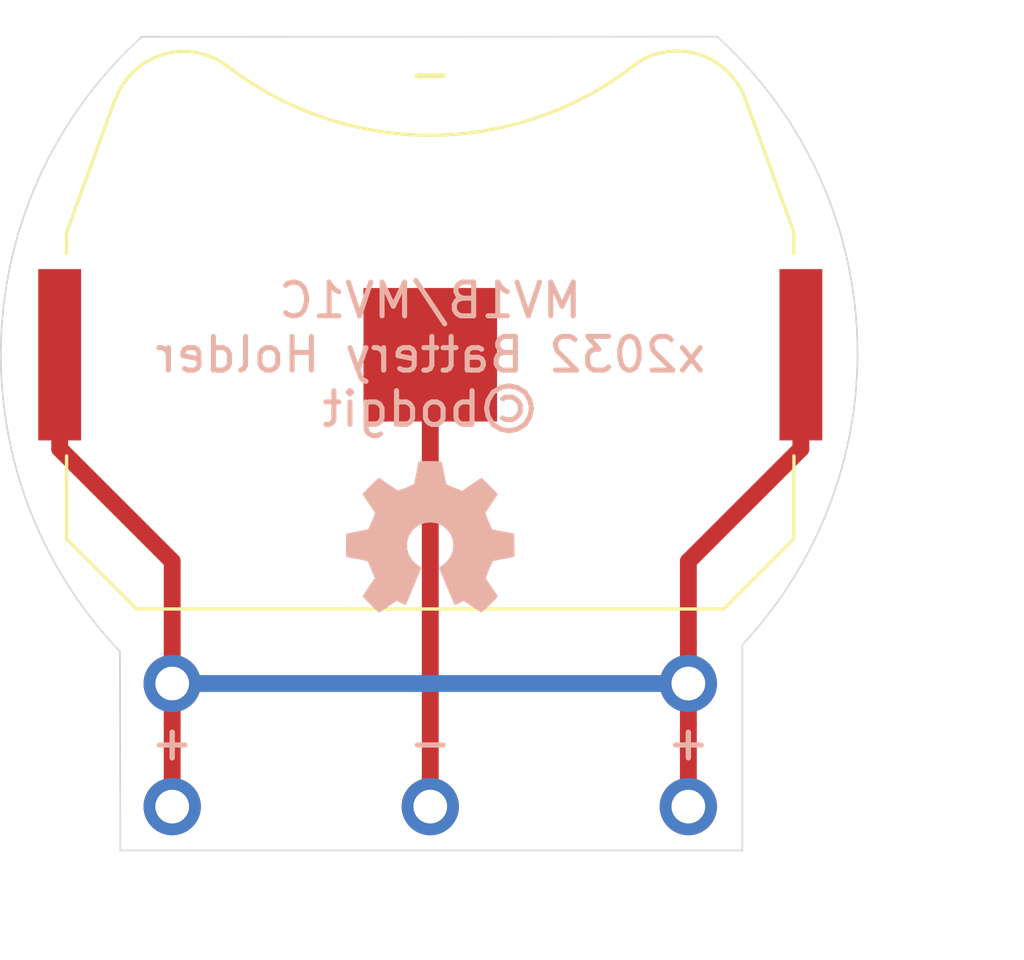
<source format=kicad_pcb>
(kicad_pcb (version 20171130) (host pcbnew "(5.1.0-0)")

  (general
    (thickness 1.6)
    (drawings 17)
    (tracks 14)
    (zones 0)
    (modules 7)
    (nets 3)
  )

  (page A4)
  (layers
    (0 F.Cu signal)
    (31 B.Cu signal)
    (32 B.Adhes user)
    (33 F.Adhes user)
    (34 B.Paste user)
    (35 F.Paste user)
    (36 B.SilkS user)
    (37 F.SilkS user)
    (38 B.Mask user)
    (39 F.Mask user)
    (40 Dwgs.User user)
    (41 Cmts.User user)
    (42 Eco1.User user)
    (43 Eco2.User user)
    (44 Edge.Cuts user)
    (45 Margin user)
    (46 B.CrtYd user)
    (47 F.CrtYd user)
    (48 B.Fab user)
    (49 F.Fab user)
  )

  (setup
    (last_trace_width 0.25)
    (trace_clearance 0.2)
    (zone_clearance 0.508)
    (zone_45_only no)
    (trace_min 0.2)
    (via_size 0.8)
    (via_drill 0.4)
    (via_min_size 0.4)
    (via_min_drill 0.3)
    (uvia_size 0.3)
    (uvia_drill 0.1)
    (uvias_allowed no)
    (uvia_min_size 0.2)
    (uvia_min_drill 0.1)
    (edge_width 0.05)
    (segment_width 0.2)
    (pcb_text_width 0.3)
    (pcb_text_size 1.5 1.5)
    (mod_edge_width 0.12)
    (mod_text_size 1 1)
    (mod_text_width 0.15)
    (pad_size 1.7 1.7)
    (pad_drill 1)
    (pad_to_mask_clearance 0.051)
    (solder_mask_min_width 0.25)
    (aux_axis_origin 0 0)
    (visible_elements FFFFFF7F)
    (pcbplotparams
      (layerselection 0x010f0_ffffffff)
      (usegerberextensions false)
      (usegerberattributes false)
      (usegerberadvancedattributes false)
      (creategerberjobfile false)
      (excludeedgelayer true)
      (linewidth 0.100000)
      (plotframeref false)
      (viasonmask false)
      (mode 1)
      (useauxorigin false)
      (hpglpennumber 1)
      (hpglpenspeed 20)
      (hpglpendiameter 15.000000)
      (psnegative false)
      (psa4output false)
      (plotreference true)
      (plotvalue true)
      (plotinvisibletext false)
      (padsonsilk false)
      (subtractmaskfromsilk false)
      (outputformat 1)
      (mirror false)
      (drillshape 0)
      (scaleselection 1)
      (outputdirectory ""))
  )

  (net 0 "")
  (net 1 "Net-(BT1-Pad1)")
  (net 2 "Net-(BT1-Pad2)")

  (net_class Default "This is the default net class."
    (clearance 0.2)
    (trace_width 0.25)
    (via_dia 0.8)
    (via_drill 0.4)
    (uvia_dia 0.3)
    (uvia_drill 0.1)
    (add_net "Net-(BT1-Pad1)")
    (add_net "Net-(BT1-Pad2)")
  )

  (module LOGO (layer B.Cu) (tedit 0) (tstamp 60B7BF80)
    (at 108.5 98.65 180)
    (fp_text reference G*** (at 0 -2.65176 180) (layer B.SilkS) hide
      (effects (font (size 0.22606 0.22606) (thickness 0.04318)) (justify mirror))
    )
    (fp_text value LOGO (at 0 2.65176 180) (layer B.SilkS) hide
      (effects (font (size 0.22606 0.22606) (thickness 0.04318)) (justify mirror))
    )
    (fp_poly (pts (xy -1.51384 -2.24536) (xy -1.48844 -2.23012) (xy -1.43002 -2.19456) (xy -1.3462 -2.13868)
      (xy -1.24714 -2.07264) (xy -1.14808 -2.0066) (xy -1.0668 -1.95326) (xy -1.01092 -1.91516)
      (xy -0.98552 -1.90246) (xy -0.97282 -1.90754) (xy -0.9271 -1.9304) (xy -0.85852 -1.96596)
      (xy -0.81788 -1.98628) (xy -0.75692 -2.01168) (xy -0.7239 -2.0193) (xy -0.71882 -2.00914)
      (xy -0.69596 -1.96088) (xy -0.6604 -1.8796) (xy -0.61468 -1.77038) (xy -0.5588 -1.64338)
      (xy -0.50292 -1.50876) (xy -0.4445 -1.36906) (xy -0.38862 -1.23444) (xy -0.34036 -1.11506)
      (xy -0.29972 -1.01854) (xy -0.27432 -0.94996) (xy -0.26416 -0.92202) (xy -0.2667 -0.9144)
      (xy -0.29972 -0.88392) (xy -0.35306 -0.84328) (xy -0.47244 -0.74676) (xy -0.58928 -0.60198)
      (xy -0.6604 -0.43688) (xy -0.68326 -0.25146) (xy -0.66294 -0.08128) (xy -0.5969 0.08128)
      (xy -0.4826 0.2286) (xy -0.3429 0.33782) (xy -0.18034 0.4064) (xy 0 0.42926)
      (xy 0.17272 0.40894) (xy 0.34036 0.3429) (xy 0.48768 0.23114) (xy 0.55118 0.16002)
      (xy 0.63754 0.01016) (xy 0.6858 -0.14732) (xy 0.69088 -0.18796) (xy 0.68326 -0.36322)
      (xy 0.63246 -0.5334) (xy 0.53848 -0.68326) (xy 0.40894 -0.80772) (xy 0.3937 -0.81788)
      (xy 0.33528 -0.8636) (xy 0.29464 -0.89408) (xy 0.26416 -0.91948) (xy 0.48768 -1.45796)
      (xy 0.52324 -1.54178) (xy 0.5842 -1.6891) (xy 0.63754 -1.8161) (xy 0.68072 -1.9177)
      (xy 0.7112 -1.98374) (xy 0.7239 -2.01168) (xy 0.7239 -2.01422) (xy 0.74422 -2.01676)
      (xy 0.78486 -2.00152) (xy 0.86106 -1.96596) (xy 0.90932 -1.94056) (xy 0.96774 -1.91262)
      (xy 0.99314 -1.90246) (xy 1.016 -1.91516) (xy 1.06934 -1.95072) (xy 1.15062 -2.00406)
      (xy 1.24714 -2.06756) (xy 1.33858 -2.13106) (xy 1.4224 -2.18694) (xy 1.48336 -2.22504)
      (xy 1.51384 -2.24282) (xy 1.51892 -2.24282) (xy 1.54432 -2.22758) (xy 1.59258 -2.18694)
      (xy 1.66624 -2.11836) (xy 1.77038 -2.01422) (xy 1.78562 -1.99898) (xy 1.87198 -1.91262)
      (xy 1.94056 -1.83896) (xy 1.98628 -1.78816) (xy 2.00406 -1.7653) (xy 1.98882 -1.73482)
      (xy 1.95072 -1.67386) (xy 1.89484 -1.5875) (xy 1.82626 -1.48844) (xy 1.64846 -1.22936)
      (xy 1.74498 -0.98552) (xy 1.77546 -0.90932) (xy 1.81356 -0.82042) (xy 1.8415 -0.75438)
      (xy 1.85674 -0.72644) (xy 1.88214 -0.71628) (xy 1.95072 -0.70104) (xy 2.04724 -0.68072)
      (xy 2.16154 -0.6604) (xy 2.2733 -0.64008) (xy 2.37236 -0.61976) (xy 2.44348 -0.60706)
      (xy 2.4765 -0.59944) (xy 2.48412 -0.59436) (xy 2.49174 -0.57912) (xy 2.49428 -0.5461)
      (xy 2.49682 -0.48514) (xy 2.49936 -0.39116) (xy 2.49936 -0.25146) (xy 2.49936 -0.23622)
      (xy 2.49682 -0.10668) (xy 2.49428 0) (xy 2.49174 0.06604) (xy 2.48666 0.09398)
      (xy 2.45618 0.1016) (xy 2.38506 0.11684) (xy 2.286 0.13462) (xy 2.16662 0.15748)
      (xy 2.159 0.16002) (xy 2.04216 0.18288) (xy 1.9431 0.2032) (xy 1.87198 0.21844)
      (xy 1.84404 0.2286) (xy 1.83642 0.23622) (xy 1.81356 0.28194) (xy 1.78054 0.3556)
      (xy 1.7399 0.4445) (xy 1.7018 0.53848) (xy 1.66878 0.6223) (xy 1.64592 0.68326)
      (xy 1.6383 0.7112) (xy 1.64084 0.71374) (xy 1.65862 0.74168) (xy 1.69926 0.80264)
      (xy 1.75514 0.88646) (xy 1.82372 0.98806) (xy 1.8288 0.99568) (xy 1.89738 1.09474)
      (xy 1.95326 1.1811) (xy 1.98882 1.23952) (xy 2.00406 1.26746) (xy 2.00406 1.27)
      (xy 1.9812 1.30048) (xy 1.9304 1.35636) (xy 1.85674 1.43256) (xy 1.77038 1.52146)
      (xy 1.74244 1.54686) (xy 1.64338 1.64338) (xy 1.57734 1.70434) (xy 1.53416 1.73736)
      (xy 1.51384 1.74498) (xy 1.48336 1.7272) (xy 1.41986 1.68656) (xy 1.33604 1.62814)
      (xy 1.23444 1.55956) (xy 1.22682 1.55448) (xy 1.12776 1.4859) (xy 1.04394 1.43002)
      (xy 0.98552 1.38938) (xy 0.95758 1.37414) (xy 0.95504 1.37414) (xy 0.9144 1.38684)
      (xy 0.84328 1.41224) (xy 0.75438 1.44526) (xy 0.66294 1.48336) (xy 0.57912 1.51892)
      (xy 0.51562 1.54686) (xy 0.48514 1.56464) (xy 0.47498 1.6002) (xy 0.4572 1.6764)
      (xy 0.43688 1.778) (xy 0.41148 1.89992) (xy 0.40894 1.92024) (xy 0.38608 2.03962)
      (xy 0.3683 2.13868) (xy 0.35306 2.20726) (xy 0.34544 2.2352) (xy 0.3302 2.23774)
      (xy 0.27178 2.24282) (xy 0.18288 2.24536) (xy 0.07366 2.24536) (xy -0.0381 2.24536)
      (xy -0.14732 2.24282) (xy -0.2413 2.24028) (xy -0.30988 2.2352) (xy -0.33782 2.23012)
      (xy -0.33782 2.22758) (xy -0.34798 2.18948) (xy -0.36576 2.11582) (xy -0.38608 2.01168)
      (xy -0.40894 1.88976) (xy -0.41402 1.8669) (xy -0.43688 1.75006) (xy -0.4572 1.651)
      (xy -0.4699 1.58496) (xy -0.47752 1.55702) (xy -0.49022 1.55194) (xy -0.53848 1.53162)
      (xy -0.61722 1.4986) (xy -0.71628 1.45796) (xy -0.94488 1.36652) (xy -1.22682 1.55702)
      (xy -1.25222 1.5748) (xy -1.35382 1.64338) (xy -1.4351 1.69926) (xy -1.49352 1.73736)
      (xy -1.51638 1.75006) (xy -1.51892 1.75006) (xy -1.54686 1.72466) (xy -1.60274 1.67132)
      (xy -1.67894 1.59766) (xy -1.76784 1.5113) (xy -1.83134 1.44526) (xy -1.91008 1.36652)
      (xy -1.95834 1.31318) (xy -1.98628 1.28016) (xy -1.9939 1.25984) (xy -1.99136 1.2446)
      (xy -1.97358 1.21666) (xy -1.93294 1.1557) (xy -1.87452 1.06934) (xy -1.80594 0.97028)
      (xy -1.75006 0.88646) (xy -1.6891 0.79248) (xy -1.651 0.72644) (xy -1.63576 0.69342)
      (xy -1.64084 0.68072) (xy -1.65862 0.62484) (xy -1.69418 0.54102) (xy -1.73482 0.44196)
      (xy -1.83388 0.22098) (xy -1.97866 0.19304) (xy -2.06756 0.17526) (xy -2.18948 0.1524)
      (xy -2.30886 0.12954) (xy -2.49174 0.09398) (xy -2.49936 -0.58166) (xy -2.47142 -0.59436)
      (xy -2.44348 -0.60198) (xy -2.3749 -0.61722) (xy -2.27838 -0.63754) (xy -2.16154 -0.65786)
      (xy -2.06502 -0.67564) (xy -1.96596 -0.69596) (xy -1.89484 -0.70866) (xy -1.86436 -0.71628)
      (xy -1.8542 -0.72644) (xy -1.83134 -0.7747) (xy -1.79578 -0.8509) (xy -1.75514 -0.94234)
      (xy -1.71704 -1.03632) (xy -1.68148 -1.12522) (xy -1.65862 -1.19126) (xy -1.64846 -1.22428)
      (xy -1.66116 -1.25222) (xy -1.69926 -1.31064) (xy -1.7526 -1.39192) (xy -1.82118 -1.49098)
      (xy -1.88722 -1.5875) (xy -1.94564 -1.67132) (xy -1.98374 -1.73228) (xy -2.00152 -1.76022)
      (xy -1.99136 -1.778) (xy -1.95326 -1.82626) (xy -1.8796 -1.90246) (xy -1.76784 -2.01168)
      (xy -1.75006 -2.02946) (xy -1.6637 -2.11328) (xy -1.59004 -2.18186) (xy -1.5367 -2.22758)
      (xy -1.51384 -2.24536)) (layer B.SilkS) (width 0.00254))
  )

  (module Connector_PinHeader_2.54mm:PinHeader_1x01_P2.54mm_Horizontal (layer B.Cu) (tedit 60B79CA8) (tstamp 60B79A9D)
    (at 116.15 106.65 270)
    (descr "Through hole angled pin header, 1x01, 2.54mm pitch, 6mm pin length, single row")
    (tags "Through hole angled pin header THT 1x01 2.54mm single row")
    (path /60B77B02)
    (fp_text reference J2 (at 4.385 2.27 270) (layer B.SilkS) hide
      (effects (font (size 1 1) (thickness 0.15)) (justify mirror))
    )
    (fp_text value Conn_01x01 (at 4.385 -2.27 270) (layer B.Fab) hide
      (effects (font (size 1 1) (thickness 0.15)) (justify mirror))
    )
    (fp_line (start -0.32 0.32) (end -0.32 -0.32) (layer B.Fab) (width 0.1))
    (pad 1 thru_hole circle (at 0 0 270) (size 1.7 1.7) (drill 1) (layers *.Cu *.Mask)
      (net 1 "Net-(BT1-Pad1)"))
    (model ${KISYS3DMOD}/Connector_PinHeader_2.54mm.3dshapes/PinHeader_1x01_P2.54mm_Horizontal.wrl
      (at (xyz 0 0 0))
      (scale (xyz 1 1 1))
      (rotate (xyz 0 0 0))
    )
  )

  (module Connector_PinHeader_2.54mm:PinHeader_1x01_P2.54mm_Horizontal (layer F.Cu) (tedit 60B79C7B) (tstamp 60B79ACD)
    (at 108.5 106.65 270)
    (descr "Through hole angled pin header, 1x01, 2.54mm pitch, 6mm pin length, single row")
    (tags "Through hole angled pin header THT 1x01 2.54mm single row")
    (path /60B794D0)
    (fp_text reference J5 (at 4.385 -2.27 270) (layer F.SilkS) hide
      (effects (font (size 1 1) (thickness 0.15)))
    )
    (fp_text value Conn_01x01 (at 4.385 2.27 270) (layer F.Fab) hide
      (effects (font (size 1 1) (thickness 0.15)))
    )
    (fp_line (start -0.32 -0.32) (end -0.32 0.32) (layer F.Fab) (width 0.1))
    (pad 1 thru_hole circle (at 0 0 270) (size 1.7 1.7) (drill 1) (layers *.Cu *.Mask)
      (net 2 "Net-(BT1-Pad2)"))
    (model ${KISYS3DMOD}/Connector_PinHeader_2.54mm.3dshapes/PinHeader_1x01_P2.54mm_Horizontal.wrl
      (at (xyz 0 0 0))
      (scale (xyz 1 1 1))
      (rotate (xyz 0 0 0))
    )
  )

  (module Connector_PinHeader_2.54mm:PinHeader_1x01_P2.54mm_Horizontal (layer B.Cu) (tedit 60B79C2D) (tstamp 60B79A8D)
    (at 100.85 106.65 270)
    (descr "Through hole angled pin header, 1x01, 2.54mm pitch, 6mm pin length, single row")
    (tags "Through hole angled pin header THT 1x01 2.54mm single row")
    (path /60B77508)
    (fp_text reference J1 (at 4.385 2.27 270) (layer B.SilkS) hide
      (effects (font (size 1 1) (thickness 0.15)) (justify mirror))
    )
    (fp_text value Conn_01x01 (at 4.385 -2.27 270) (layer B.Fab) hide
      (effects (font (size 1 1) (thickness 0.15)) (justify mirror))
    )
    (fp_line (start -0.32 0.32) (end -0.32 -0.32) (layer B.Fab) (width 0.1))
    (pad 1 thru_hole circle (at 0 0 270) (size 1.7 1.7) (drill 1) (layers *.Cu *.Mask)
      (net 1 "Net-(BT1-Pad1)"))
    (model ${KISYS3DMOD}/Connector_PinHeader_2.54mm.3dshapes/PinHeader_1x01_P2.54mm_Horizontal.wrl
      (at (xyz 0 0 0))
      (scale (xyz 1 1 1))
      (rotate (xyz 0 0 0))
    )
  )

  (module Connector_PinHeader_2.54mm:PinHeader_1x01_P2.54mm_Vertical (layer B.Cu) (tedit 60B79BEB) (tstamp 60B79AAD)
    (at 116.15 103)
    (descr "Through hole straight pin header, 1x01, 2.54mm pitch, single row")
    (tags "Through hole pin header THT 1x01 2.54mm single row")
    (path /60B78514)
    (fp_text reference J3 (at 0 2.33) (layer B.SilkS) hide
      (effects (font (size 1 1) (thickness 0.15)) (justify mirror))
    )
    (fp_text value Conn_01x01 (at 0 -2.33) (layer B.Fab) hide
      (effects (font (size 1 1) (thickness 0.15)) (justify mirror))
    )
    (pad 1 thru_hole circle (at 0 0) (size 1.7 1.7) (drill 1) (layers *.Cu *.Mask)
      (net 1 "Net-(BT1-Pad1)"))
    (model ${KISYS3DMOD}/Connector_PinHeader_2.54mm.3dshapes/PinHeader_1x01_P2.54mm_Vertical.wrl
      (at (xyz 0 0 0))
      (scale (xyz 1 1 1))
      (rotate (xyz 0 0 0))
    )
  )

  (module Connector_PinHeader_2.54mm:PinHeader_1x01_P2.54mm_Vertical (layer B.Cu) (tedit 60B79BBB) (tstamp 60B79ABD)
    (at 100.85 103)
    (descr "Through hole straight pin header, 1x01, 2.54mm pitch, single row")
    (tags "Through hole pin header THT 1x01 2.54mm single row")
    (path /60B78B70)
    (fp_text reference J4 (at 0 2.33) (layer B.SilkS) hide
      (effects (font (size 1 1) (thickness 0.15)) (justify mirror))
    )
    (fp_text value Conn_01x01 (at 0 -2.33) (layer B.Fab) hide
      (effects (font (size 1 1) (thickness 0.15)) (justify mirror))
    )
    (fp_text user %R (at 0 0 -90) (layer B.Fab) hide
      (effects (font (size 1 1) (thickness 0.15)) (justify mirror))
    )
    (pad 1 thru_hole circle (at 0 0) (size 1.7 1.7) (drill 1) (layers *.Cu *.Mask)
      (net 1 "Net-(BT1-Pad1)"))
    (model ${KISYS3DMOD}/Connector_PinHeader_2.54mm.3dshapes/PinHeader_1x01_P2.54mm_Vertical.wrl
      (at (xyz 0 0 0))
      (scale (xyz 1 1 1))
      (rotate (xyz 0 0 0))
    )
  )

  (module Battery:BatteryHolder_Keystone_3034_1x20mm (layer F.Cu) (tedit 595D9565) (tstamp 60B79A7D)
    (at 108.5 93.25 180)
    (descr "Keystone 3034 SMD battery holder for 2020, 2025 and 2032 coincell batteries. http://www.keyelco.com/product-pdf.cfm?p=798")
    (tags "Keystone type 3034 coin cell retainer")
    (path /60B76019)
    (attr smd)
    (fp_text reference BT1 (at 0 -11.5 180) (layer F.SilkS) hide
      (effects (font (size 1 1) (thickness 0.15)))
    )
    (fp_text value Battery_Cell (at 0 11.5 180) (layer F.Fab) hide
      (effects (font (size 1 1) (thickness 0.15)))
    )
    (fp_line (start 11.87 2.79) (end 11.87 -2.79) (layer F.CrtYd) (width 0.05))
    (fp_line (start 10.88 2.79) (end 11.87 2.79) (layer F.CrtYd) (width 0.05))
    (fp_line (start 10.88 3.64) (end 10.88 2.79) (layer F.CrtYd) (width 0.05))
    (fp_line (start 9.43 7.63) (end 10.88 3.64) (layer F.CrtYd) (width 0.05))
    (fp_arc (start 7.31 6.85) (end 5.96 8.64) (angle -106.9) (layer F.CrtYd) (width 0.05))
    (fp_arc (start 0 0) (end -5.96 8.64) (angle -69.1) (layer F.CrtYd) (width 0.05))
    (fp_arc (start -7.31 6.85) (end -9.43 7.62) (angle -106.9) (layer F.CrtYd) (width 0.05))
    (fp_line (start -10.88 3.64) (end -9.44 7.62) (layer F.CrtYd) (width 0.05))
    (fp_line (start -10.88 2.79) (end -10.88 3.64) (layer F.CrtYd) (width 0.05))
    (fp_line (start -11.87 2.79) (end -10.88 2.79) (layer F.CrtYd) (width 0.05))
    (fp_line (start -11.87 -2.79) (end -11.87 2.79) (layer F.CrtYd) (width 0.05))
    (fp_line (start -10.88 -2.79) (end -11.87 -2.79) (layer F.CrtYd) (width 0.05))
    (fp_line (start -10.88 -5.5) (end -10.88 -2.79) (layer F.CrtYd) (width 0.05))
    (fp_line (start -8.74 -7.64) (end -10.88 -5.5) (layer F.CrtYd) (width 0.05))
    (fp_line (start -7.2 -7.64) (end -8.74 -7.64) (layer F.CrtYd) (width 0.05))
    (fp_arc (start 0 0) (end 7.2 -7.64) (angle -86.6) (layer F.CrtYd) (width 0.05))
    (fp_line (start 8.74 -7.64) (end 7.2 -7.64) (layer F.CrtYd) (width 0.05))
    (fp_line (start 10.88 -5.5) (end 8.74 -7.64) (layer F.CrtYd) (width 0.05))
    (fp_line (start 10.88 -2.79) (end 10.88 -5.5) (layer F.CrtYd) (width 0.05))
    (fp_line (start 11.87 -2.79) (end 10.88 -2.79) (layer F.CrtYd) (width 0.05))
    (fp_arc (start -7.31 6.85) (end -9.19 7.53) (angle -107.5) (layer F.Fab) (width 0.1))
    (fp_arc (start 0 16.36) (end 6.1 8.43) (angle -75.1) (layer F.Fab) (width 0.1))
    (fp_arc (start 7.31 6.85) (end 6.1 8.43) (angle -107.5) (layer F.Fab) (width 0.1))
    (fp_line (start 10.63 3.6) (end 9.19 7.53) (layer F.Fab) (width 0.1))
    (fp_line (start 10.63 -5.4) (end 10.63 3.6) (layer F.Fab) (width 0.1))
    (fp_line (start 8.64 -7.39) (end 10.63 -5.4) (layer F.Fab) (width 0.1))
    (fp_line (start -8.64 -7.39) (end 8.64 -7.39) (layer F.Fab) (width 0.1))
    (fp_line (start -10.63 -5.4) (end -8.64 -7.39) (layer F.Fab) (width 0.1))
    (fp_line (start -10.63 3.6) (end -10.63 -5.4) (layer F.Fab) (width 0.1))
    (fp_line (start -9.19 7.53) (end -10.63 3.6) (layer F.Fab) (width 0.1))
    (fp_line (start 10.78 3) (end 10.78 3.63) (layer F.SilkS) (width 0.1))
    (fp_line (start 10.78 -5.46) (end 10.78 -3) (layer F.SilkS) (width 0.1))
    (fp_line (start -10.78 3) (end -10.78 3.63) (layer F.SilkS) (width 0.1))
    (fp_line (start -10.78 -5.46) (end -10.78 -3) (layer F.SilkS) (width 0.1))
    (fp_arc (start 7.31 6.85) (end 6 8.55) (angle -107.5) (layer F.SilkS) (width 0.1))
    (fp_line (start 10.78 3.63) (end 9.34 7.58) (layer F.SilkS) (width 0.1))
    (fp_line (start 8.7 -7.54) (end 10.78 -5.46) (layer F.SilkS) (width 0.1))
    (fp_line (start 8.7 -7.54) (end -8.7 -7.54) (layer F.SilkS) (width 0.1))
    (fp_line (start -8.7 -7.54) (end -10.78 -5.46) (layer F.SilkS) (width 0.1))
    (fp_line (start -10.78 3.63) (end -9.34 7.58) (layer F.SilkS) (width 0.1))
    (fp_arc (start -7.31 6.85) (end -9.34 7.58) (angle -107.5) (layer F.SilkS) (width 0.1))
    (fp_arc (start 0 16.36) (end 6 8.55) (angle -75.1) (layer F.SilkS) (width 0.1))
    (fp_circle (center 0 0) (end 0 10.25) (layer Dwgs.User) (width 0.15))
    (fp_text user %R (at 0 -2.9 180) (layer F.Fab) hide
      (effects (font (size 1 1) (thickness 0.15)))
    )
    (pad 1 smd rect (at -10.985 0 180) (size 1.27 5.08) (layers F.Cu F.Paste F.Mask)
      (net 1 "Net-(BT1-Pad1)"))
    (pad 1 smd rect (at 10.985 0 180) (size 1.27 5.08) (layers F.Cu F.Paste F.Mask)
      (net 1 "Net-(BT1-Pad1)"))
    (pad 2 smd rect (at 0 0 180) (size 3.96 3.96) (layers F.Cu F.Paste F.Mask)
      (net 2 "Net-(BT1-Pad2)"))
    (model ${KISYS3DMOD}/Battery.3dshapes/BatteryHolder_Keystone_3034_1x20mm.wrl
      (at (xyz 0 0 0))
      (scale (xyz 1 1 1))
      (rotate (xyz 0 0 0))
    )
  )

  (dimension 7.65 (width 0.15) (layer F.Fab)
    (gr_text "7.650 mm" (at 104.675 111.85) (layer F.Fab)
      (effects (font (size 1 1) (thickness 0.15)))
    )
    (feature1 (pts (xy 100.85 106.65) (xy 100.85 111.136421)))
    (feature2 (pts (xy 108.5 106.65) (xy 108.5 111.136421)))
    (crossbar (pts (xy 108.5 110.55) (xy 100.85 110.55)))
    (arrow1a (pts (xy 100.85 110.55) (xy 101.976504 109.963579)))
    (arrow1b (pts (xy 100.85 110.55) (xy 101.976504 111.136421)))
    (arrow2a (pts (xy 108.5 110.55) (xy 107.373496 109.963579)))
    (arrow2b (pts (xy 108.5 110.55) (xy 107.373496 111.136421)))
  )
  (dimension 7.65 (width 0.15) (layer F.Fab)
    (gr_text "7.650 mm" (at 112.325 111.85) (layer F.Fab)
      (effects (font (size 1 1) (thickness 0.15)))
    )
    (feature1 (pts (xy 116.15 106.65) (xy 116.15 111.136421)))
    (feature2 (pts (xy 108.5 106.65) (xy 108.5 111.136421)))
    (crossbar (pts (xy 108.5 110.55) (xy 116.15 110.55)))
    (arrow1a (pts (xy 116.15 110.55) (xy 115.023496 111.136421)))
    (arrow1b (pts (xy 116.15 110.55) (xy 115.023496 109.963579)))
    (arrow2a (pts (xy 108.5 110.55) (xy 109.626504 111.136421)))
    (arrow2b (pts (xy 108.5 110.55) (xy 109.626504 109.963579)))
  )
  (dimension 3.65 (width 0.15) (layer F.Fab)
    (gr_text "3.650 mm" (at 124.75 104.825 270) (layer F.Fab)
      (effects (font (size 1 1) (thickness 0.15)))
    )
    (feature1 (pts (xy 116.15 106.65) (xy 124.036421 106.65)))
    (feature2 (pts (xy 116.15 103) (xy 124.036421 103)))
    (crossbar (pts (xy 123.45 103) (xy 123.45 106.65)))
    (arrow1a (pts (xy 123.45 106.65) (xy 122.863579 105.523496)))
    (arrow1b (pts (xy 123.45 106.65) (xy 124.036421 105.523496)))
    (arrow2a (pts (xy 123.45 103) (xy 122.863579 104.126504)))
    (arrow2b (pts (xy 123.45 103) (xy 124.036421 104.126504)))
  )
  (gr_text "MV1B/MV1C\nx2032 Battery Holder\n©bodgit" (at 108.5 93.25) (layer B.SilkS)
    (effects (font (size 1 1) (thickness 0.15)) (justify mirror))
  )
  (gr_text + (at 100.85 104.75) (layer B.SilkS)
    (effects (font (size 1 1) (thickness 0.15)) (justify mirror))
  )
  (gr_text + (at 116.15 104.75) (layer B.SilkS)
    (effects (font (size 1 1) (thickness 0.15)) (justify mirror))
  )
  (gr_text - (at 108.5 104.75) (layer B.SilkS)
    (effects (font (size 1 1) (thickness 0.15)) (justify mirror))
  )
  (gr_text - (at 108.5 84.9) (layer F.SilkS)
    (effects (font (size 1 1) (thickness 0.15)))
  )
  (gr_text - (at 108.5 104.75) (layer F.SilkS)
    (effects (font (size 1 1) (thickness 0.15)))
  )
  (gr_text + (at 100.85 104.75) (layer F.SilkS)
    (effects (font (size 1 1) (thickness 0.15)))
  )
  (gr_text + (at 116.15 104.75) (layer F.SilkS)
    (effects (font (size 1 1) (thickness 0.15)))
  )
  (gr_line (start 99.95 83.82) (end 117.0018 83.813607) (layer Edge.Cuts) (width 0.05) (tstamp 60B7BC4B))
  (gr_arc (start 108.5 93.25) (end 99.95 83.82) (angle -91.52897716) (layer Edge.Cuts) (width 0.05))
  (gr_arc (start 108.5 93.2) (end 117.749999 101.849999) (angle -90.91123063) (layer Edge.Cuts) (width 0.05))
  (gr_line (start 117.75 107.95) (end 117.749999 101.849999) (layer Edge.Cuts) (width 0.05))
  (gr_line (start 99.314 107.95) (end 117.75 107.95) (layer Edge.Cuts) (width 0.05))
  (gr_line (start 99.301494 102.048571) (end 99.314 107.95) (layer Edge.Cuts) (width 0.05))

  (segment (start 100.85 104.202081) (end 100.85 106.65) (width 0.5) (layer F.Cu) (net 1))
  (segment (start 100.85 103) (end 100.85 104.202081) (width 0.5) (layer F.Cu) (net 1))
  (segment (start 116.15 104.202081) (end 116.15 106.65) (width 0.5) (layer F.Cu) (net 1))
  (segment (start 116.15 103) (end 116.15 104.202081) (width 0.5) (layer F.Cu) (net 1))
  (segment (start 100.85 101.797919) (end 100.85 103) (width 0.5) (layer F.Cu) (net 1))
  (segment (start 100.85 99.375) (end 100.85 101.797919) (width 0.5) (layer F.Cu) (net 1))
  (segment (start 97.515 96.04) (end 100.85 99.375) (width 0.5) (layer F.Cu) (net 1))
  (segment (start 97.515 93.25) (end 97.515 96.04) (width 0.5) (layer F.Cu) (net 1))
  (segment (start 116.15 101.797919) (end 116.15 103) (width 0.5) (layer F.Cu) (net 1))
  (segment (start 116.15 99.375) (end 116.15 101.797919) (width 0.5) (layer F.Cu) (net 1))
  (segment (start 119.485 96.04) (end 116.15 99.375) (width 0.5) (layer F.Cu) (net 1))
  (segment (start 119.485 93.25) (end 119.485 96.04) (width 0.5) (layer F.Cu) (net 1))
  (segment (start 100.85 103) (end 116.15 103) (width 0.5) (layer B.Cu) (net 1))
  (segment (start 108.5 93.25) (end 108.5 106.65) (width 0.5) (layer F.Cu) (net 2))

)

</source>
